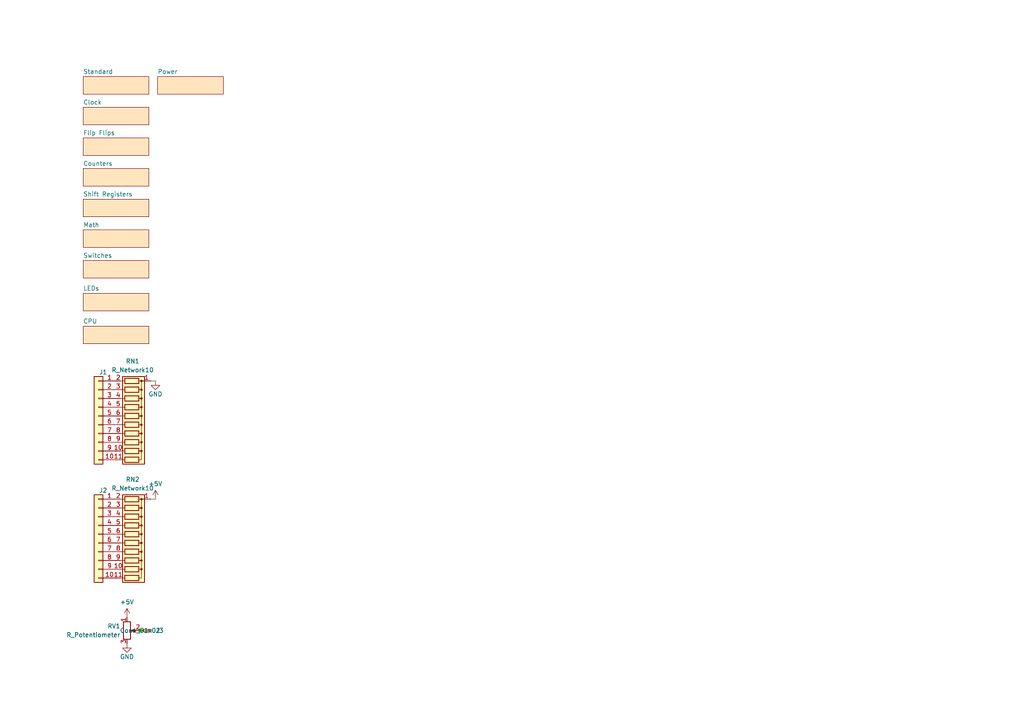
<source format=kicad_sch>
(kicad_sch (version 20231120) (generator "eeschema") (generator_version "8.0")
  (paper "A4")
  (title_block (title "DigiTrainer") (date "2024-06-24") (rev "1.0") (company "RetroStack - Marcel Erz") (comment 4 "Educational board for digital logic ICs"))
  (lib_symbols
    (symbol "Connector_Generic:Conn_01x10" (pin_names (offset 1.016) hide)
      (property "Reference" "J" (at 0 12.7 0))
      (property "Value" "Conn_01x10" (at 0 -15.24 0))
      (symbol "Conn_01x10_1_1"
        (rectangle (start -1.27 -12.573) (end 0 -12.827) (stroke (width 0.1524)))
        (rectangle (start -1.27 -10.033) (end 0 -10.287) (stroke (width 0.1524)))
        (rectangle (start -1.27 -7.493) (end 0 -7.747) (stroke (width 0.1524)))
        (rectangle (start -1.27 -4.953) (end 0 -5.207) (stroke (width 0.1524)))
        (rectangle (start -1.27 -2.413) (end 0 -2.667) (stroke (width 0.1524)))
        (rectangle (start -1.27 0.127) (end 0 -0.127) (stroke (width 0.1524)))
        (rectangle (start -1.27 2.667) (end 0 2.413) (stroke (width 0.1524)))
        (rectangle (start -1.27 5.207) (end 0 4.953) (stroke (width 0.1524)))
        (rectangle (start -1.27 7.747) (end 0 7.493) (stroke (width 0.1524)))
        (rectangle (start -1.27 10.287) (end 0 10.033) (stroke (width 0.1524)))
        (rectangle (start -1.27 11.43) (end 1.27 -13.97) (stroke (width 0.254)) (fill (type background)))
        (pin passive line (at -5.08 10.16 0) (length 3.81) (name "Pin_1") (number "1"))
        (pin passive line (at -5.08 -12.7 0) (length 3.81) (name "Pin_10") (number "10"))
        (pin passive line (at -5.08 7.62 0) (length 3.81) (name "Pin_2") (number "2"))
        (pin passive line (at -5.08 5.08 0) (length 3.81) (name "Pin_3") (number "3"))
        (pin passive line (at -5.08 2.54 0) (length 3.81) (name "Pin_4") (number "4"))
        (pin passive line (at -5.08 0 0) (length 3.81) (name "Pin_5") (number "5"))
        (pin passive line (at -5.08 -2.54 0) (length 3.81) (name "Pin_6") (number "6"))
        (pin passive line (at -5.08 -5.08 0) (length 3.81) (name "Pin_7") (number "7"))
        (pin passive line (at -5.08 -7.62 0) (length 3.81) (name "Pin_8") (number "8"))
        (pin passive line (at -5.08 -10.16 0) (length 3.81) (name "Pin_9") (number "9"))
      )
    )
    (symbol "Device:R_Network10" (pin_names (offset 0) hide)
      (property "Reference" "RN" (at -15.24 0 90))
      (property "Value" "R_Network10" (at 12.7 0 90))
      (symbol "R_Network10_0_1"
        (rectangle (start -13.97 -3.175) (end 11.43 3.175) (stroke (width 0.254)) (fill (type background)))
        (rectangle (start -13.462 1.524) (end -11.938 -2.54) (stroke (width 0.254)))
        (circle (center -12.7 2.286) (radius 0.254) (fill (type outline)))
        (rectangle (start -10.922 1.524) (end -9.398 -2.54) (stroke (width 0.254)))
        (circle (center -10.16 2.286) (radius 0.254) (fill (type outline)))
        (rectangle (start -8.382 1.524) (end -6.858 -2.54) (stroke (width 0.254)))
        (circle (center -7.62 2.286) (radius 0.254) (fill (type outline)))
        (rectangle (start -5.842 1.524) (end -4.318 -2.54) (stroke (width 0.254)))
        (circle (center -5.08 2.286) (radius 0.254) (fill (type outline)))
        (rectangle (start -3.302 1.524) (end -1.778 -2.54) (stroke (width 0.254)))
        (circle (center -2.54 2.286) (radius 0.254) (fill (type outline)))
        (rectangle (start -0.762 1.524) (end 0.762 -2.54) (stroke (width 0.254)))
        (polyline (pts (xy -12.7 -2.54) (xy -12.7 -3.81)))
        (polyline (pts (xy -10.16 -2.54) (xy -10.16 -3.81)))
        (polyline (pts (xy -7.62 -2.54) (xy -7.62 -3.81)))
        (polyline (pts (xy -5.08 -2.54) (xy -5.08 -3.81)))
        (polyline (pts (xy -2.54 -2.54) (xy -2.54 -3.81)))
        (polyline (pts (xy 0 -2.54) (xy 0 -3.81)))
        (polyline (pts (xy 2.54 -2.54) (xy 2.54 -3.81)))
        (polyline (pts (xy 5.08 -2.54) (xy 5.08 -3.81)))
        (polyline (pts (xy 7.62 -2.54) (xy 7.62 -3.81)))
        (polyline (pts (xy 10.16 -2.54) (xy 10.16 -3.81)))
        (polyline (pts (xy -12.7 1.524) (xy -12.7 2.286) (xy -10.16 2.286) (xy -10.16 1.524)))
        (polyline (pts (xy -10.16 1.524) (xy -10.16 2.286) (xy -7.62 2.286) (xy -7.62 1.524)))
        (polyline (pts (xy -7.62 1.524) (xy -7.62 2.286) (xy -5.08 2.286) (xy -5.08 1.524)))
        (polyline (pts (xy -5.08 1.524) (xy -5.08 2.286) (xy -2.54 2.286) (xy -2.54 1.524)))
        (polyline (pts (xy -2.54 1.524) (xy -2.54 2.286) (xy 0 2.286) (xy 0 1.524)))
        (polyline (pts (xy 0 1.524) (xy 0 2.286) (xy 2.54 2.286) (xy 2.54 1.524)))
        (polyline (pts (xy 2.54 1.524) (xy 2.54 2.286) (xy 5.08 2.286) (xy 5.08 1.524)))
        (polyline (pts (xy 5.08 1.524) (xy 5.08 2.286) (xy 7.62 2.286) (xy 7.62 1.524)))
        (polyline (pts (xy 7.62 1.524) (xy 7.62 2.286) (xy 10.16 2.286) (xy 10.16 1.524)))
        (circle (center 0 2.286) (radius 0.254) (fill (type outline)))
        (rectangle (start 1.778 1.524) (end 3.302 -2.54) (stroke (width 0.254)))
        (circle (center 2.54 2.286) (radius 0.254) (fill (type outline)))
        (rectangle (start 4.318 1.524) (end 5.842 -2.54) (stroke (width 0.254)))
        (circle (center 5.08 2.286) (radius 0.254) (fill (type outline)))
        (rectangle (start 6.858 1.524) (end 8.382 -2.54) (stroke (width 0.254)))
        (circle (center 7.62 2.286) (radius 0.254) (fill (type outline)))
        (rectangle (start 9.398 1.524) (end 10.922 -2.54) (stroke (width 0.254)))
      )
      (symbol "R_Network10_1_1"
        (pin passive line (at -12.7 5.08 270) (length 2.54) (name "common") (number "1"))
        (pin passive line (at 7.62 -5.08 90) (length 1.27) (name "R9") (number "10"))
        (pin passive line (at 10.16 -5.08 90) (length 1.27) (name "R10") (number "11"))
        (pin passive line (at -12.7 -5.08 90) (length 1.27) (name "R1") (number "2"))
        (pin passive line (at -10.16 -5.08 90) (length 1.27) (name "R2") (number "3"))
        (pin passive line (at -7.62 -5.08 90) (length 1.27) (name "R3") (number "4"))
        (pin passive line (at -5.08 -5.08 90) (length 1.27) (name "R4") (number "5"))
        (pin passive line (at -2.54 -5.08 90) (length 1.27) (name "R5") (number "6"))
        (pin passive line (at 0 -5.08 90) (length 1.27) (name "R6") (number "7"))
        (pin passive line (at 2.54 -5.08 90) (length 1.27) (name "R7") (number "8"))
        (pin passive line (at 5.08 -5.08 90) (length 1.27) (name "R8") (number "9"))
      )
    )
    (symbol "Device:R_Potentiometer" (pin_names (offset 1.016) hide)
      (property "Reference" "RV" (at -4.445 0 90))
      (property "Value" "R_Potentiometer" (at -2.54 0 90))
      (symbol "R_Potentiometer_0_1"
        (polyline (pts (xy 2.54 0) (xy 1.524 0)))
        (polyline (pts (xy 1.143 0) (xy 2.286 0.508) (xy 2.286 -0.508) (xy 1.143 0)) (fill (type outline)))
        (rectangle (start 1.016 2.54) (end -1.016 -2.54) (stroke (width 0.254)))
      )
      (symbol "R_Potentiometer_1_1"
        (pin passive line (at 0 3.81 270) (length 1.27) (name "1") (number "1"))
        (pin passive line (at 3.81 0 180) (length 1.27) (name "2") (number "2"))
        (pin passive line (at 0 -3.81 90) (length 1.27) (name "3") (number "3"))
      )
    )
    (symbol "RetroStackLibrary:Conn_01x02_Short" (pin_numbers hide) (pin_names hide)
      (property "Reference" "J" (at 1.27 1.27 0))
      (symbol "Conn_01x02_Short_1_0"
        (pin passive line (at 0 0 0) (length 1) (name "~") (number "1"))
        (pin passive line (at 1.905 0 0) (length 1) (name "~") (number "2"))
      )
      (symbol "Conn_01x02_Short_1_1"
        (rectangle (start 1.016 0.381) (end 3.175 -0.381) (fill (type background)))
      )
    )
    (symbol "power:+5V" (power) (pin_names (offset 0))
      (property "Value" "+5V" (at 0 3.556 0))
      (symbol "+5V_0_1"
        (polyline (pts (xy -0.762 1.27) (xy 0 2.54)))
        (polyline (pts (xy 0 0) (xy 0 2.54)))
        (polyline (pts (xy 0 2.54) (xy 0.762 1.27)))
      )
      (symbol "+5V_1_1"
        (pin power_in line (at 0 0 90) (length 0) hide (name "+5V") (number "1"))
      )
    )
    (symbol "power:GND" (power) (pin_names (offset 0))
      (property "Value" "GND" (at 0 -3.81 0))
      (symbol "GND_0_1"
        (polyline (pts (xy 0 0) (xy 0 -1.27) (xy 1.27 -1.27) (xy 0 -2.54) (xy -1.27 -1.27) (xy 0 -1.27)))
      )
      (symbol "GND_1_1"
        (pin power_in line (at 0 0 270) (length 0) hide (name "GND") (number "1"))
      )
    )
  )
  (junction (at 40.64 182.88))
  (wire (pts (xy 45.085 144.78) (xy 43.815 144.78)))
  (wire (pts (xy 40.64 182.88) (xy 42.545 182.88)))
  (wire (pts (xy 45.085 110.49) (xy 43.815 110.49)))
  (symbol (lib_id "Connector_Generic:Conn_01x10") (at 28.575 154.94 0) (mirror y) (unit 1)
    (property "Reference" "J2" (at 31.115 142.24 0) (effects (justify left)))
    (property "Value" "Conn_01x10" (effects (hide yes)))
    (property "Footprint" "Connector_PinSocket_2.54mm:PinSocket_1x10_P2.54mm_Vertical" (effects (hide yes)))
  )
  (symbol (lib_id "Device:R_Network10") (at 38.735 157.48 270) (unit 1)
    (property "Reference" "RN2" (at 38.481 139.065 90))
    (property "Value" "R_Network10" (at 38.481 141.605 90))
    (property "Footprint" "Resistor_THT:R_Array_SIP11" (effects (hide yes)))
    (property "Datasheet" "http://www.vishay.com/docs/31509/csc.pdf" (effects (hide yes)))
  )
  (symbol (lib_id "power:+5V") (at 45.085 144.78 0) (unit 1)
    (property "Reference" "#PWR04" (effects (hide yes)))
    (property "Value" "+5V" (at 45.085 140.335 0))
  )
  (symbol (lib_id "Device:R_Potentiometer") (at 36.83 182.88 0) (unit 1)
    (property "Reference" "RV1" (at 34.925 181.61 0) (effects (justify right)))
    (property "Value" "R_Potentiometer" (at 34.925 184.15 0) (effects (justify right)))
    (property "Footprint" "Potentiometer_THT:Potentiometer_Bourns_3386P_Vertical" (effects (hide yes)))
  )
  (symbol (lib_id "power:+5V") (at 36.83 179.07 0) (unit 1)
    (property "Reference" "#PWR01" (effects (hide yes)))
    (property "Value" "+5V" (at 36.83 174.625 0))
  )
  (symbol (lib_id "power:GND") (at 36.83 186.69 0) (unit 1)
    (property "Reference" "#PWR02" (effects (hide yes)))
    (property "Value" "GND" (at 36.83 190.5 0))
  )
  (symbol (lib_id "RetroStackLibrary:Conn_01x02_Short") (at 40.64 182.88 0) (unit 1)
    (property "Reference" "J3" (at 45.085 182.88 0) (effects (justify left)))
    (property "Value" "Conn_01x02" (at 40.64 182.88 0))
    (property "Footprint" "Connector_PinSocket_2.54mm:PinSocket_1x02_P2.54mm_Vertical" (effects (hide yes)))
  )
  (symbol (lib_id "power:GND") (at 45.085 110.49 0) (unit 1)
    (property "Reference" "#PWR03" (effects (hide yes)))
    (property "Value" "GND" (at 45.085 114.3 0))
  )
  (symbol (lib_id "Device:R_Network10") (at 38.735 123.19 270) (unit 1)
    (property "Reference" "RN1" (at 38.481 104.775 90))
    (property "Value" "R_Network10" (at 38.481 107.315 90))
    (property "Footprint" "Resistor_THT:R_Array_SIP11" (effects (hide yes)))
    (property "Datasheet" "http://www.vishay.com/docs/31509/csc.pdf" (effects (hide yes)))
  )
  (symbol (lib_id "Connector_Generic:Conn_01x10") (at 28.575 120.65 0) (mirror y) (unit 1)
    (property "Reference" "J1" (at 31.115 107.95 0) (effects (justify left)))
    (property "Value" "Conn_01x10" (effects (hide yes)))
    (property "Footprint" "Connector_PinSocket_2.54mm:PinSocket_1x10_P2.54mm_Vertical" (effects (hide yes)))
  )
  (sheet (at 24.13 75.565) (size 19.05 5.08) (stroke (width 0.1524)) (fill (color 255 229 191 1.0000))
    (property "Sheetname" "Switches" (at 24.13 74.8534 0) (effects (justify left bottom)))
    (property "Sheetfile" "Switches.kicad_sch" (effects (hide yes)))
  )
  (sheet (at 24.13 57.785) (size 19.05 5.08) (stroke (width 0.1524)) (fill (color 255 229 191 1.0000))
    (property "Sheetname" "Shift Registers" (at 24.13 57.0734 0) (effects (justify left bottom)))
    (property "Sheetfile" "Shift_Registers.kicad_sch" (effects (hide yes)))
  )
  (sheet (at 24.13 48.895) (size 19.05 5.08) (stroke (width 0.1524)) (fill (color 255 229 191 1.0000))
    (property "Sheetname" "Counters" (at 24.13 48.1834 0) (effects (justify left bottom)))
    (property "Sheetfile" "Counters.kicad_sch" (effects (hide yes)))
  )
  (sheet (at 24.13 40.005) (size 19.05 5.08) (stroke (width 0.1524)) (fill (color 255 229 191 1.0000))
    (property "Sheetname" "Flip Flips" (at 24.13 39.2934 0) (effects (justify left bottom)))
    (property "Sheetfile" "Flip_Flops.kicad_sch" (effects (hide yes)))
  )
  (sheet (at 24.13 94.615) (size 19.05 5.08) (stroke (width 0.1524)) (fill (color 255 229 191 1.0000))
    (property "Sheetname" "CPU" (at 24.13 93.9034 0) (effects (justify left bottom)))
    (property "Sheetfile" "CPU.kicad_sch" (effects (hide yes)))
  )
  (sheet (at 24.13 66.675) (size 19.05 5.08) (stroke (width 0.1524)) (fill (color 255 229 191 1.0000))
    (property "Sheetname" "Math" (at 24.13 65.9634 0) (effects (justify left bottom)))
    (property "Sheetfile" "Math.kicad_sch" (effects (hide yes)))
  )
  (sheet (at 24.13 85.09) (size 19.05 5.08) (stroke (width 0.1524)) (fill (color 255 229 191 1.0000))
    (property "Sheetname" "LEDs" (at 24.13 84.3784 0) (effects (justify left bottom)))
    (property "Sheetfile" "LEDs.kicad_sch" (effects (hide yes)))
  )
  (sheet (at 24.13 22.225) (size 19.05 5.08) (stroke (width 0.1524)) (fill (color 255 229 191 1.0000))
    (property "Sheetname" "Standard" (at 24.13 21.5134 0) (effects (justify left bottom)))
    (property "Sheetfile" "Standard.kicad_sch" (effects (hide yes)))
  )
  (sheet (at 24.13 31.115) (size 19.05 5.08) (stroke (width 0.1524)) (fill (color 255 229 191 1.0000))
    (property "Sheetname" "Clock" (at 24.13 30.4034 0) (effects (justify left bottom)))
    (property "Sheetfile" "Clock.kicad_sch" (effects (hide yes)))
  )
  (sheet (at 45.72 22.225) (size 19.05 5.08) (stroke (width 0.1524)) (fill (color 255 229 191 1.0000))
    (property "Sheetname" "Power" (at 45.72 21.5134 0) (effects (justify left bottom)))
    (property "Sheetfile" "Power.kicad_sch" (effects (hide yes)))
  )
)
</source>
